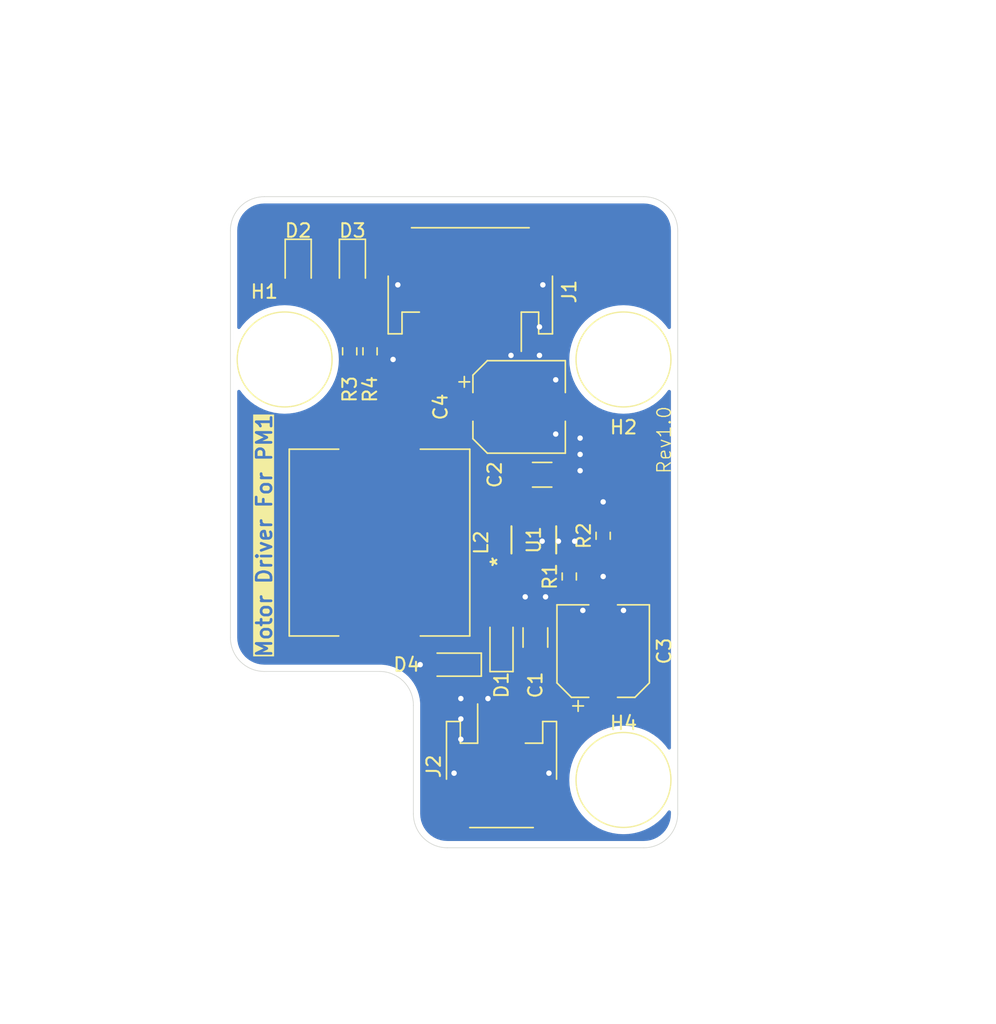
<source format=kicad_pcb>
(kicad_pcb (version 20240108) (generator "pcbnew") (generator_version "8.0")
  (layers (0 "F.Cu" signal) (31 "B.Cu" signal) (34 "B.Paste" user) (35 "F.Paste" user) (36 "B.SilkS" user "B.Silkscreen") (37 "F.SilkS" user "F.Silkscreen") (38 "B.Mask" user) (39 "F.Mask" user) (44 "Edge.Cuts" user))
  (net 0 "")
  (net 2 "GND")
  (net 3 "+BATT")
  (net 4 "Net-(U1-FB)")
  (net 5 "/MoterEN")
  (net 6 "/Motor+")
  (net 7 "/SW")
  (net 9 "Net-(D2-A)")
  (net 10 "Net-(D3-A)")
  (footprint "Connector_JST:JST_PH_S2B-PH-SM4-TB_1x02-1MP_P2.00mm_Horizontal" (layer "F.Cu") (at 75 84)
    (property "Reference" "J2")
    (property "Value" "Conn_01x02_MountingPin")
  )
  (footprint "Diode_SMD:D_SOD-323_HandSoldering" (layer "F.Cu") (at 71.5 76.5 180)
    (property "Reference" "D4")
    (property "Value" "1N5819WS")
  )
  (footprint "Capacitor_SMD:CP_Elec_6.3x7.7" (layer "F.Cu") (at 82.5 75.5 90)
    (property "Reference" "C3")
    (property "Value" "100uf")
  )
  (footprint "Capacitor_SMD:C_1206_3216Metric_Pad1.33x1.80mm_HandSolder" (layer "F.Cu") (at 77.5 74.5 90)
    (property "Reference" "C1")
    (property "Value" "10uf")
  )
  (footprint "Diode_SMD:D_SOD-323_HandSoldering" (layer "F.Cu") (at 75 75 90)
    (property "Reference" "D1")
    (property "Value" "1N5819WS")
  )
  (footprint "Symbol:OSHW-Logo2_7.3x6mm_Copper" (layer "F.Cu") (at 83.5 46.5 90)
    (property "Reference" "REF1" (hide yes))
    (property "Value" "OSHW-Logo2_7.3x6mm_Copper" (hide yes))
  )
  (footprint "Capacitor_SMD:C_1206_3216Metric_Pad1.33x1.80mm_HandSolder" (layer "F.Cu") (at 78 62.5)
    (property "Reference" "C2")
    (property "Value" "1uf")
  )
  (footprint "Connector_JST:JST_PH_S4B-PH-SM4-TB_1x04-1MP_P2.00mm_Horizontal" (layer "F.Cu") (at 72.7 48.8 180)
    (property "Reference" "J1")
    (property "Value" "Conn_01x04_MountingPin")
  )
  (footprint "Resistor_SMD:R_0603_1608Metric_Pad0.98x0.95mm_HandSolder" (layer "F.Cu") (at 65.3 53.4 -90)
    (property "Reference" "R4")
    (property "Value" "10k")
  )
  (footprint "footprints:SOT-23-6_DBV_TEX" (layer "F.Cu") (at 77.38475 67.299999 90)
    (property "Reference" "U1")
    (property "Value" "TLV61048DBVR")
  )
  (footprint "Resistor_SMD:R_0603_1608Metric_Pad0.98x0.95mm_HandSolder" (layer "F.Cu") (at 63.8 53.4 -90)
    (property "Reference" "R3")
    (property "Value" "10k")
  )
  (footprint "LED_SMD:LED_0805_2012Metric_Pad1.15x1.40mm_HandSolder" (layer "F.Cu") (at 64 47 -90)
    (property "Reference" "D3")
    (property "Value" "LED")
  )
  (footprint "MountingHole:MountingHole_3.2mm_M3" (layer "F.Cu") (at 59 54 90)
    (property "Reference" "H1")
    (property "Value" "MountingHole")
  )
  (footprint "Capacitor_SMD:CP_Elec_6.3x7.7" (layer "F.Cu") (at 76.3 57.5)
    (property "Reference" "C4")
    (property "Value" "100uf")
  )
  (footprint "Resistor_SMD:R_0603_1608Metric_Pad0.98x0.95mm_HandSolder" (layer "F.Cu") (at 82.5 67 90)
    (property "Reference" "R2")
    (property "Value" "51k")
  )
  (footprint "MountingHole:MountingHole_3.2mm_M3" (layer "F.Cu") (at 84 54)
    (property "Reference" "H2")
    (property "Value" "MountingHole")
  )
  (footprint "LED_SMD:LED_0805_2012Metric_Pad1.15x1.40mm_HandSolder" (layer "F.Cu") (at 60 47 -90)
    (property "Reference" "D2")
    (property "Value" "LED")
  )
  (footprint "Resistor_SMD:R_0603_1608Metric_Pad0.98x0.95mm_HandSolder" (layer "F.Cu") (at 80 70 90)
    (property "Reference" "R1")
    (property "Value" "330k")
  )
  (footprint "MountingHole:MountingHole_3.2mm_M3" (layer "F.Cu") (at 84 85)
    (property "Reference" "H4")
    (property "Value" "MountingHole")
  )
  (footprint "Inductor_SMD:L_APV_APH1265" (layer "F.Cu") (at 66 67.5 -90)
    (property "Reference" "L2")
    (property "Value" "4.7uH")
  )
  (gr_circle (center 84 54) (end 87.5 54) (stroke (width 0.1)) (fill none) (layer "F.SilkS"))
  (gr_circle (center 84 85) (end 87.5 85) (stroke (width 0.1)) (fill none) (layer "F.SilkS"))
  (gr_circle (center 59 54) (end 55.5 54) (stroke (width 0.1)) (fill none) (layer "F.SilkS"))
  (gr_line (start 68.5 79.5) (end 68.5 87.5) (stroke (width 0.05)) (layer "Edge.Cuts"))
  (gr_line (start 57.5 77) (end 66 77) (stroke (width 0.05)) (layer "Edge.Cuts"))
  (gr_arc (start 71 90) (mid 69.232233 89.267767) (end 68.5 87.5) (stroke (width 0.05)) (layer "Edge.Cuts"))
  (gr_arc (start 55 44.5) (mid 55.732233 42.732233) (end 57.5 42) (stroke (width 0.05)) (layer "Edge.Cuts"))
  (gr_line (start 55 74.5) (end 55 44.5) (stroke (width 0.05)) (layer "Edge.Cuts"))
  (gr_arc (start 85.5 42) (mid 87.267767 42.732233) (end 88 44.5) (stroke (width 0.05)) (layer "Edge.Cuts"))
  (gr_arc (start 57.5 77) (mid 55.732233 76.267767) (end 55 74.5) (stroke (width 0.05)) (layer "Edge.Cuts"))
  (gr_line (start 88 44.5) (end 88 87.5) (stroke (width 0.05)) (layer "Edge.Cuts"))
  (gr_line (start 85.5 90) (end 71 90) (stroke (width 0.05)) (layer "Edge.Cuts"))
  (gr_arc (start 66 77) (mid 67.767767 77.732233) (end 68.5 79.5) (stroke (width 0.05)) (layer "Edge.Cuts"))
  (gr_arc (start 88 87.5) (mid 87.267767 89.267767) (end 85.5 90) (stroke (width 0.05)) (layer "Edge.Cuts"))
  (gr_line (start 57.5 42) (end 85.5 42) (stroke (width 0.05)) (layer "Edge.Cuts"))
  (gr_text "Rev1.0" (at 87 62.5 90) (layer "F.SilkS") (effects (font (size 1 1) (thickness 0.1)) (justify left)))
  (gr_text "Motor Driver For PM1\n" (at 57.5 67 90) (layer "F.SilkS" knockout) (effects (font (size 1.1 1.1) (thickness 0.2))))
  (segment (start 78.5 84.5) (end 78.35 84.65) (width 0.508) (layer "F.Cu") (net 2))
  (segment (start 67.35 48.5) (end 67.35 45.9) (width 0.508) (layer "F.Cu") (net 2))
  (segment (start 78.05 48.5) (end 78.05 45.9) (width 0.508) (layer "F.Cu") (net 2))
  (segment (start 70.5 76.5) (end 71.5 77.5) (width 0.508) (layer "F.Cu") (net 2))
  (segment (start 71.5 84.5) (end 71.65 84.65) (width 0.508) (layer "F.Cu") (net 2))
  (segment (start 81.3 72.8) (end 81 72.5) (width 0.508) (layer "F.Cu") (net 2))
  (segment (start 70.25 76.5) (end 69 76.5) (width 0.508) (layer "F.Cu") (net 2))
  (segment (start 82.5 72.8) (end 83.7 72.8) (width 0.508) (layer "F.Cu") (net 2))
  (segment (start 66.6875 54.3125) (end 67 54) (width 0.254) (layer "F.Cu") (net 2))
  (segment (start 65.3 54.3125) (end 66.6875 54.3125) (width 0.254) (layer "F.Cu") (net 2))
  (segment (start 70.25 76.5) (end 70.5 76.5) (width 0.508) (layer "F.Cu") (net 2))
  (segment (start 78.35 84.65) (end 78.35 86.9) (width 0.508) (layer "F.Cu") (net 2))
  (segment (start 82.5 72.8) (end 81.3 72.8) (width 0.508) (layer "F.Cu") (net 2))
  (segment (start 63.8 54.3125) (end 65.3 54.3125) (width 0.254) (layer "F.Cu") (net 2))
  (segment (start 82.5 72.8) (end 82.5 70) (width 0.508) (layer "F.Cu") (net 2))
  (segment (start 71.65 84.65) (end 71.65 86.9) (width 0.508) (layer "F.Cu") (net 2))
  (segment (start 83.7 72.8) (end 84 72.5) (width 0.508) (layer "F.Cu") (net 2))
  (via (at 72 80.5) (size 0.6) (drill 0.4) (layers "F.Cu" "B.Cu") (net 2))
  (via (at 80.8 62.2) (size 0.6) (drill 0.4) (layers "F.Cu" "B.Cu") (net 2))
  (via (at 78 67.4) (size 0.6) (drill 0.4) (layers "F.Cu" "B.Cu") (net 2))
  (via (at 82.5 64.5) (size 0.6) (drill 0.4) (layers "F.Cu" "B.Cu") (net 2))
  (via (at 67.35 48.5) (size 0.6) (drill 0.4) (layers "F.Cu" "B.Cu") (net 2))
  (via (at 79.2 67.4) (size 0.6) (drill 0.4) (layers "F.Cu" "B.Cu") (net 2))
  (via (at 79 55.5) (size 0.6) (drill 0.4) (layers "F.Cu" "B.Cu") (net 2))
  (via (at 69 76.5) (size 0.6) (drill 0.4) (layers "F.Cu" "B.Cu") (net 2))
  (via (at 75.7 53.7) (size 0.6) (drill 0.4) (layers "F.Cu" "B.Cu") (net 2))
  (via (at 81 72.5) (size 0.6) (drill 0.4) (layers "F.Cu" "B.Cu") (net 2))
  (via (at 80.8 61) (size 0.6) (drill 0.4) (layers "F.Cu" "B.Cu") (net 2))
  (via (at 78.25 71.5) (size 0.6) (drill 0.4) (layers "F.Cu" "B.Cu") (net 2))
  (via (at 77.8 51.6) (size 0.6) (drill 0.4) (layers "F.Cu" "B.Cu") (net 2))
  (via (at 67 54) (size 0.6) (drill 0.4) (layers "F.Cu" "B.Cu") (net 2))
  (via (at 72 82) (size 0.6) (drill 0.4) (layers "F.Cu" "B.Cu") (net 2))
  (via (at 77.8 53.7) (size 0.6) (drill 0.4) (layers "F.Cu" "B.Cu") (net 2))
  (via (at 80.4 67.4) (size 0.6) (drill 0.4) (layers "F.Cu" "B.Cu") (net 2))
  (via (at 72 79) (size 0.6) (drill 0.4) (layers "F.Cu" "B.Cu") (net 2))
  (via (at 74 79) (size 0.6) (drill 0.4) (layers "F.Cu" "B.Cu") (net 2))
  (via (at 76.75 71.5) (size 0.6) (drill 0.4) (layers "F.Cu" "B.Cu") (net 2))
  (via (at 78.05 48.5) (size 0.6) (drill 0.4) (layers "F.Cu" "B.Cu") (net 2))
  (via (at 71.5 84.5) (size 0.6) (drill 0.4) (layers "F.Cu" "B.Cu") (net 2))
  (via (at 79 59.5) (size 0.6) (drill 0.4) (layers "F.Cu" "B.Cu") (net 2))
  (via (at 80.8 59.8) (size 0.6) (drill 0.4) (layers "F.Cu" "B.Cu") (net 2))
  (via (at 82.5 70) (size 0.6) (drill 0.4) (layers "F.Cu" "B.Cu") (net 2))
  (via (at 84 72.5) (size 0.6) (drill 0.4) (layers "F.Cu" "B.Cu") (net 2))
  (via (at 78.5 84.5) (size 0.6) (drill 0.4) (layers "F.Cu" "B.Cu") (net 2))
  (segment (start 77.38475 64.38475) (end 77.38475 65.934749) (width 0.508) (layer "F.Cu") (net 3))
  (segment (start 66.8 62.2) (end 70 59) (width 0.508) (layer "F.Cu") (net 3))
  (segment (start 68.15 51.65) (end 69.7 51.65) (width 0.254) (layer "F.Cu") (net 3))
  (segment (start 76.4375 62.5) (end 76.4375 63.4375) (width 0.508) (layer "F.Cu") (net 3))
  (segment (start 65.5 46.25) (end 65.5 49) (width 0.254) (layer "F.Cu") (net 3))
  (segment (start 65.5 49) (end 68.15 51.65) (width 0.254) (layer "F.Cu") (net 3))
  (segment (start 64 45.975) (end 65.225 45.975) (width 0.254) (layer "F.Cu") (net 3))
  (segment (start 66 62.2) (end 66.8 62.2) (width 0.508) (layer "F.Cu") (net 3))
  (segment (start 65.225 45.975) (end 65.5 46.25) (width 0.254) (layer "F.Cu") (net 3))
  (segment (start 76.4375 63.4375) (end 77.38475 64.38475) (width 0.508) (layer "F.Cu") (net 3))
  (segment (start 78.334751 68.665249) (end 79.577749 68.665249) (width 0.254) (layer "F.Cu") (net 4))
  (segment (start 79.577749 68.665249) (end 80 69.0875) (width 0.254) (layer "F.Cu") (net 4))
  (segment (start 82.5 68.5) (end 82.5 67.9125) (width 0.254) (layer "F.Cu") (net 4))
  (segment (start 80 69.0875) (end 81.9125 69.0875) (width 0.254) (layer "F.Cu") (net 4))
  (segment (start 81.9125 69.0875) (end 82.5 68.5) (width 0.254) (layer "F.Cu") (net 4))
  (segment (start 76.5 59) (end 78 60.5) (width 0.254) (layer "F.Cu") (net 5))
  (segment (start 78 63.5) (end 78.334751 63.834751) (width 0.254) (layer "F.Cu") (net 5))
  (segment (start 73.7 53.4) (end 76.5 56.2) (width 0.254) (layer "F.Cu") (net 5))
  (segment (start 78.334751 63.834751) (end 78.334751 65.934749) (width 0.254) (layer "F.Cu") (net 5))
  (segment (start 78 60.5) (end 78 63.5) (width 0.254) (layer "F.Cu") (net 5))
  (segment (start 73.7 46.7) (end 73.7 51.65) (width 0.254) (layer "F.Cu") (net 5))
  (segment (start 76.5 56.2) (end 76.5 59) (width 0.254) (layer "F.Cu") (net 5))
  (segment (start 70.5 43.5) (end 73.7 46.7) (width 0.254) (layer "F.Cu") (net 5))
  (segment (start 60 44.5) (end 61 43.5) (width 0.254) (layer "F.Cu") (net 5))
  (segment (start 60 45.975) (end 60 44.5) (width 0.254) (layer "F.Cu") (net 5))
  (segment (start 61 43.5) (end 70.5 43.5) (width 0.254) (layer "F.Cu") (net 5))
  (segment (start 73.7 51.65) (end 73.7 53.4) (width 0.254) (layer "F.Cu") (net 5))
  (segment (start 74 76.5) (end 72.75 76.5) (width 0.508) (layer "F.Cu") (net 6))
  (segment (start 79.9375 76.0625) (end 80 76) (width 0.508) (layer "F.Cu") (net 6))
  (segment (start 77.5 76.0625) (end 79.9375 76.0625) (width 0.508) (layer "F.Cu") (net 6))
  (segment (start 80 76) (end 80 70.9125) (width 0.508) (layer "F.Cu") (net 6))
  (segment (start 77.5 78) (end 76 79.5) (width 0.508) (layer "F.Cu") (net 6))
  (segment (start 75 76.25) (end 77.3125 76.25) (width 0.508) (layer "F.Cu") (net 6))
  (segment (start 77.5 76.0625) (end 77.5 78) (width 0.508) (layer "F.Cu") (net 6))
  (segment (start 77.3125 76.25) (end 77.5 76.0625) (width 0.508) (layer "F.Cu") (net 6))
  (segment (start 76 79.5) (end 76 82.15) (width 0.508) (layer "F.Cu") (net 6))
  (segment (start 75 76.25) (end 74.25 76.25) (width 0.508) (layer "F.Cu") (net 6))
  (segment (start 74.25 76.25) (end 74 76.5) (width 0.508) (layer "F.Cu") (net 6))
  (segment (start 68.5 74.5) (end 70.5 74.5) (width 0.508) (layer "F.Cu") (net 7))
  (segment (start 66.8 72.8) (end 68.5 74.5) (width 0.508) (layer "F.Cu") (net 7))
  (segment (start 66 72.8) (end 66.8 72.8) (width 0.508) (layer "F.Cu") (net 7))
  (segment (start 60 48.025) (end 60 49.5) (width 0.254) (layer "F.Cu") (net 9))
  (segment (start 63.8 51.3) (end 63.8 52.4875) (width 0.254) (layer "F.Cu") (net 9))
  (segment (start 62.5 50) (end 63.8 51.3) (width 0.254) (layer "F.Cu") (net 9))
  (segment (start 60.5 50) (end 62.5 50) (width 0.254) (layer "F.Cu") (net 9))
  (segment (start 60 49.5) (end 60.5 50) (width 0.254) (layer "F.Cu") (net 9))
  (segment (start 64 48.025) (end 64 50.2) (width 0.254) (layer "F.Cu") (net 10))
  (segment (start 64 50.2) (end 65.3 51.5) (width 0.254) (layer "F.Cu") (net 10))
  (segment (start 65.3 51.5) (end 65.3 52.4875) (width 0.254) (layer "F.Cu") (net 10))
  (zone (net 2) (net_name "GND") (layer "F.Cu") (priority 1) (connect_pads (clearance 0.5)) (min_thickness 0.25) (fill yes (thermal_gap 0.5) (thermal_bridge_width 0.5))
    (polygon (pts (xy 78 62.5) (xy 80.5 65) (xy 80.5 66.25) (xy 80 66.8) (xy 78 66.8) (xy 77 67.75) (xy 77 70.5) (xy 76.25 71.25) (xy 76.25 73.5) (xy 76.75 74) (xy 78 74) (xy 79 73) (xy 79 71.5) (xy 77.75 70.25) (xy 77.75 68.25) (xy 78 68) (xy 80.8 68) (xy 81.75 67) (xy 83.25 67) (xy 84 66.5) (xy 84 62) (xy 82.7 60.7) (xy 82.7 58.5) (xy 79.4 55.2) (xy 79.4 51.4) (xy 78.5 50.5) (xy 75.2 50.5) (xy 74.8 50.9) (xy 74.8 53.9) (xy 78 57.1)))
  )
  (zone (net 3) (net_name "+BATT") (layer "F.Cu") (connect_pads (clearance 0.5)) (min_thickness 0.25) (fill yes (thermal_gap 0.5) (thermal_bridge_width 0.5))
    (polygon (pts (xy 74 63.5) (xy 75 64.5) (xy 76.5 64.5) (xy 77 65) (xy 77 66.5) (xy 77.75 66.5) (xy 77.7 64) (xy 76.75 63) (xy 76.75 59) (xy 75.75 58) (xy 74.1 58) (xy 70.7 54.6) (xy 70.7 51) (xy 70.187027 50.5) (xy 69.4 50.5) (xy 68.9 51) (xy 68.9 55.1) (xy 67.7 56.3) (xy 66 56.3) (xy 64.25 58) (xy 64.25 63.5)))
  )
  (zone (net 7) (net_name "/SW") (layer "F.Cu") (priority 2) (connect_pads (clearance 0.5)) (min_thickness 0.25) (fill yes (thermal_gap 0.7) (thermal_bridge_width 0.7))
    (polygon (pts (xy 72.8 69.4) (xy 70.9 71.3) (xy 65.8 71.3) (xy 65.8 73.8) (xy 67 75) (xy 72.9 75) (xy 73.7 74.2) (xy 75.4 74.2) (xy 75.4 72.6) (xy 75.9 72.1) (xy 75.9 71.1) (xy 76.8 70.2) (xy 76.8 67.8) (xy 75.8 67.8) (xy 74.2 69.4)))
  )
  (zone (net 6) (net_name "/Motor+") (layer "F.Cu") (priority 5) (connect_pads (clearance 0.5)) (min_thickness 0.25) (fill yes (thermal_gap 0.7) (thermal_bridge_width 0.7))
    (polygon (pts (xy 75 75) (xy 74.5 75.5) (xy 74.5 77.5) (xy 75.5 78.5) (xy 75.5 83) (xy 76.5 83) (xy 77.5 82) (xy 82 82) (xy 83.5 80.5) (xy 83.5 76.5) (xy 82.5 75.5) (xy 78 75.5) (xy 77.5 75)))
  )
  (zone (net 2) (net_name "GND") (layer "F.Cu") (priority 4) (connect_pads (clearance 0.5)) (min_thickness 0.25) (fill yes (thermal_gap 0.7) (thermal_bridge_width 0.7))
    (polygon (pts (xy 75 83.5) (xy 75 78.5) (xy 74 77.5) (xy 72 77.5) (xy 71.5 77) (xy 71.5 76.5) (xy 71 76) (xy 70 76) (xy 69.5 76.5) (xy 69.5 77.5) (xy 71 79) (xy 71 82.5) (xy 72 83.5)))
  )
  (zone (net 0) (net_name "") (layers "F&B.Cu" "F.Fab") (connect_pads (clearance 0)) (min_thickness 0.25)
    (keepout (tracks not_allowed) (vias not_allowed) (pads allowed) (copperpour not_allowed) (footprints allowed))
    (fill (thermal_gap 0.7) (thermal_bridge_width 0.7))
    (polygon (pts (xy 88 54) (xy 87.980739 53.607931) (xy 87.923141 53.219639) (xy 87.827761 52.838861) (xy 87.695518 52.469266) (xy 87.527685 52.114413) (xy 87.325878 51.777719) (xy 87.092042 51.462427) (xy 86.828427 51.171573) (xy 86.537573 50.907958) (xy 86.222281 50.674122) (xy 85.885587 50.472315) (xy 85.530734 50.304482) (xy 85.161139 50.172239) (xy 84.780361 50.076859) (xy 84.392069 50.019261) (xy 84 50) (xy 83.607931 50.019261) (xy 83.219639 50.076859) (xy 82.838861 50.172239) (xy 82.469266 50.304482) (xy 82.114413 50.472315) (xy 81.777719 50.674122) (xy 81.462427 50.907958) (xy 81.171573 51.171573) (xy 80.907958 51.462427) (xy 80.674122 51.777719) (xy 80.472315 52.114413) (xy 80.304482 52.469266) (xy 80.172239 52.838861) (xy 80.076859 53.219639) (xy 80.019261 53.607931) (xy 80 54) (xy 80.019261 54.392069) (xy 80.076859 54.780361) (xy 80.172239 55.161139) (xy 80.304482 55.530734) (xy 80.472315 55.885587) (xy 80.674122 56.222281) (xy 80.907958 56.537573) (xy 81.171573 56.828427) (xy 81.462427 57.092042) (xy 81.777719 57.325878) (xy 82.114413 57.527685) (xy 82.469266 57.695518) (xy 82.838861 57.827761) (xy 83.219639 57.923141) (xy 83.607931 57.980739) (xy 84 58) (xy 84.392069 57.980739) (xy 84.780361 57.923141) (xy 85.161139 57.827761) (xy 85.530734 57.695518) (xy 85.885587 57.527685) (xy 86.222281 57.325878) (xy 86.537573 57.092042) (xy 86.828427 56.828427) (xy 87.092042 56.537573) (xy 87.325878 56.222281) (xy 87.527685 55.885587) (xy 87.695518 55.530734) (xy 87.827761 55.161139) (xy 87.923141 54.780361) (xy 87.980739 54.392069) (xy 88 54)))
  )
  (zone (net 0) (net_name "") (layers "F&B.Cu" "F.Fab") (connect_pads (clearance 0)) (min_thickness 0.25)
    (keepout (tracks not_allowed) (vias not_allowed) (pads allowed) (copperpour not_allowed) (footprints allowed))
    (fill (thermal_gap 0.7) (thermal_bridge_width 0.7))
    (polygon (pts (xy 88 85) (xy 87.980739 84.607931) (xy 87.923141 84.219639) (xy 87.827761 83.838861) (xy 87.695518 83.469266) (xy 87.527685 83.114413) (xy 87.325878 82.777719) (xy 87.092042 82.462427) (xy 86.828427 82.171573) (xy 86.537573 81.907958) (xy 86.222281 81.674122) (xy 85.885587 81.472315) (xy 85.530734 81.304482) (xy 85.161139 81.172239) (xy 84.780361 81.076859) (xy 84.392069 81.019261) (xy 84 81) (xy 83.607931 81.019261) (xy 83.219639 81.076859) (xy 82.838861 81.172239) (xy 82.469266 81.304482) (xy 82.114413 81.472315) (xy 81.777719 81.674122) (xy 81.462427 81.907958) (xy 81.171573 82.171573) (xy 80.907958 82.462427) (xy 80.674122 82.777719) (xy 80.472315 83.114413) (xy 80.304482 83.469266) (xy 80.172239 83.838861) (xy 80.076859 84.219639) (xy 80.019261 84.607931) (xy 80 85) (xy 80.019261 85.392069) (xy 80.076859 85.780361) (xy 80.172239 86.161139) (xy 80.304482 86.530734) (xy 80.472315 86.885587) (xy 80.674122 87.222281) (xy 80.907958 87.537573) (xy 81.171573 87.828427) (xy 81.462427 88.092042) (xy 81.777719 88.325878) (xy 82.114413 88.527685) (xy 82.469266 88.695518) (xy 82.838861 88.827761) (xy 83.219639 88.923141) (xy 83.607931 88.980739) (xy 84 89) (xy 84.392069 88.980739) (xy 84.780361 88.923141) (xy 85.161139 88.827761) (xy 85.530734 88.695518) (xy 85.885587 88.527685) (xy 86.222281 88.325878) (xy 86.537573 88.092042) (xy 86.828427 87.828427) (xy 87.092042 87.537573) (xy 87.325878 87.222281) (xy 87.527685 86.885587) (xy 87.695518 86.530734) (xy 87.827761 86.161139) (xy 87.923141 85.780361) (xy 87.980739 85.392069) (xy 88 85)))
  )
  (zone (net 0) (net_name "") (layers "F&B.Cu" "F.Fab") (connect_pads (clearance 0)) (min_thickness 0.25)
    (keepout (tracks not_allowed) (vias not_allowed) (pads allowed) (copperpour not_allowed) (footprints allowed))
    (fill (thermal_gap 0.7) (thermal_bridge_width 0.7))
    (polygon (pts (xy 63 54) (xy 62.980739 53.607931) (xy 62.923141 53.219639) (xy 62.827761 52.838861) (xy 62.695518 52.469266) (xy 62.527685 52.114413) (xy 62.325878 51.777719) (xy 62.092042 51.462427) (xy 61.828427 51.171573) (xy 61.537573 50.907958) (xy 61.222281 50.674122) (xy 60.885587 50.472315) (xy 60.530734 50.304482) (xy 60.161139 50.172239) (xy 59.780361 50.076859) (xy 59.392069 50.019261) (xy 59 50) (xy 58.607931 50.019261) (xy 58.219639 50.076859) (xy 57.838861 50.172239) (xy 57.469266 50.304482) (xy 57.114413 50.472315) (xy 56.777719 50.674122) (xy 56.462427 50.907958) (xy 56.171573 51.171573) (xy 55.907958 51.462427) (xy 55.674122 51.777719) (xy 55.472315 52.114413) (xy 55.304482 52.469266) (xy 55.172239 52.838861) (xy 55.076859 53.219639) (xy 55.019261 53.607931) (xy 55 54) (xy 55.019261 54.392069) (xy 55.076859 54.780361) (xy 55.172239 55.161139) (xy 55.304482 55.530734) (xy 55.472315 55.885587) (xy 55.674122 56.222281) (xy 55.907958 56.537573) (xy 56.171573 56.828427) (xy 56.462427 57.092042) (xy 56.777719 57.325878) (xy 57.114413 57.527685) (xy 57.469266 57.695518) (xy 57.838861 57.827761) (xy 58.219639 57.923141) (xy 58.607931 57.980739) (xy 59 58) (xy 59.392069 57.980739) (xy 59.780361 57.923141) (xy 60.161139 57.827761) (xy 60.530734 57.695518) (xy 60.885587 57.527685) (xy 61.222281 57.325878) (xy 61.537573 57.092042) (xy 61.828427 56.828427) (xy 62.092042 56.537573) (xy 62.325878 56.222281) (xy 62.527685 55.885587) (xy 62.695518 55.530734) (xy 62.827761 55.161139) (xy 62.923141 54.780361) (xy 62.980739 54.392069) (xy 63 54)))
  )
  (zone (net 2) (net_name "GND") (layer "B.Cu") (priority 3) (connect_pads (clearance 0.5)) (min_thickness 0.25) (fill yes (thermal_gap 0.7) (thermal_bridge_width 0.7))
    (polygon (pts (xy 66.5 27.5) (xy 54.5 27.5) (xy 38 51) (xy 38 102.5) (xy 111.5 103) (xy 108.5 34)))
  )
)
</source>
